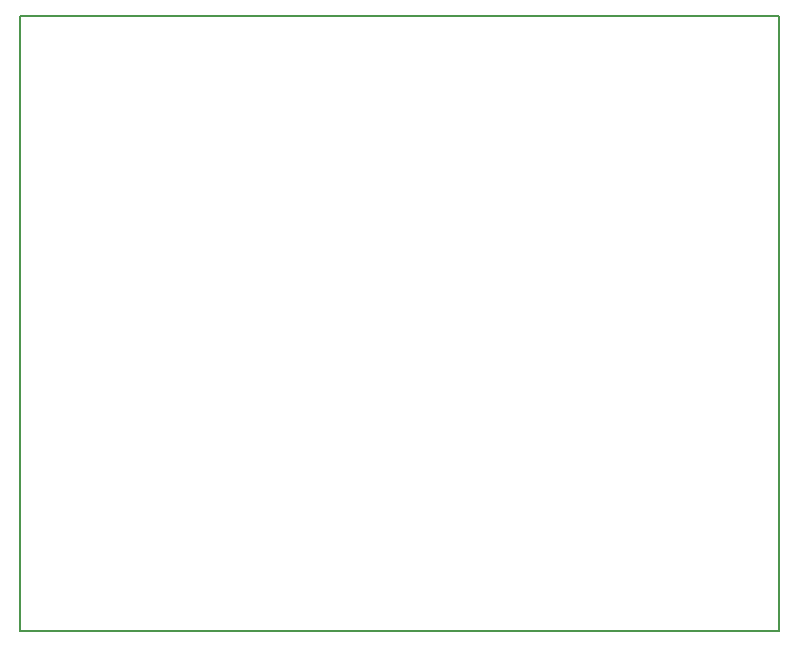
<source format=gbr>
G04 #@! TF.FileFunction,Profile,NP*
%FSLAX46Y46*%
G04 Gerber Fmt 4.6, Leading zero omitted, Abs format (unit mm)*
G04 Created by KiCad (PCBNEW 4.0.5) date 09/14/17 13:27:59*
%MOMM*%
%LPD*%
G01*
G04 APERTURE LIST*
%ADD10C,0.100000*%
%ADD11C,0.150000*%
G04 APERTURE END LIST*
D10*
D11*
X156590000Y-97660000D02*
X156590000Y-149730000D01*
X220853000Y-149733000D02*
X156591000Y-149733000D01*
X220853000Y-97663000D02*
X220853000Y-149733000D01*
X156591000Y-97663000D02*
X220853000Y-97663000D01*
M02*

</source>
